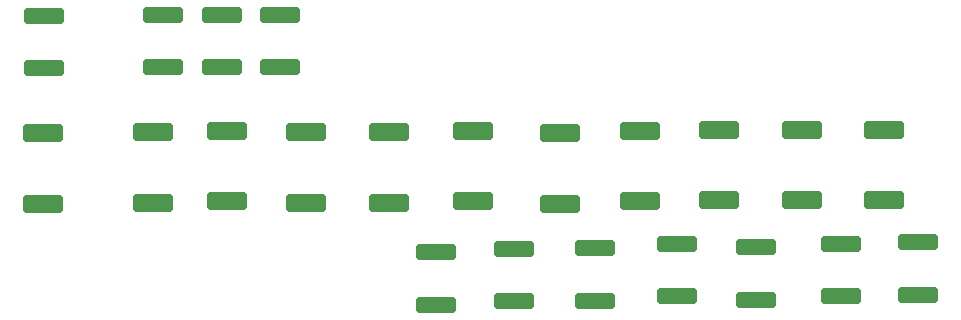
<source format=gbr>
%TF.GenerationSoftware,KiCad,Pcbnew,8.0.8*%
%TF.CreationDate,2025-04-10T10:16:36+02:00*%
%TF.ProjectId,Projet S6,50726f6a-6574-4205-9336-2e6b69636164,rev?*%
%TF.SameCoordinates,Original*%
%TF.FileFunction,Paste,Top*%
%TF.FilePolarity,Positive*%
%FSLAX46Y46*%
G04 Gerber Fmt 4.6, Leading zero omitted, Abs format (unit mm)*
G04 Created by KiCad (PCBNEW 8.0.8) date 2025-04-10 10:16:36*
%MOMM*%
%LPD*%
G01*
G04 APERTURE LIST*
G04 Aperture macros list*
%AMRoundRect*
0 Rectangle with rounded corners*
0 $1 Rounding radius*
0 $2 $3 $4 $5 $6 $7 $8 $9 X,Y pos of 4 corners*
0 Add a 4 corners polygon primitive as box body*
4,1,4,$2,$3,$4,$5,$6,$7,$8,$9,$2,$3,0*
0 Add four circle primitives for the rounded corners*
1,1,$1+$1,$2,$3*
1,1,$1+$1,$4,$5*
1,1,$1+$1,$6,$7*
1,1,$1+$1,$8,$9*
0 Add four rect primitives between the rounded corners*
20,1,$1+$1,$2,$3,$4,$5,0*
20,1,$1+$1,$4,$5,$6,$7,0*
20,1,$1+$1,$6,$7,$8,$9,0*
20,1,$1+$1,$8,$9,$2,$3,0*%
G04 Aperture macros list end*
%ADD10RoundRect,0.249999X-1.425001X0.512501X-1.425001X-0.512501X1.425001X-0.512501X1.425001X0.512501X0*%
%ADD11RoundRect,0.250000X-1.450000X0.400000X-1.450000X-0.400000X1.450000X-0.400000X1.450000X0.400000X0*%
%ADD12RoundRect,0.250000X1.450000X-0.400000X1.450000X0.400000X-1.450000X0.400000X-1.450000X-0.400000X0*%
%ADD13RoundRect,0.249999X1.425001X-0.512501X1.425001X0.512501X-1.425001X0.512501X-1.425001X-0.512501X0*%
G04 APERTURE END LIST*
D10*
%TO.C,D4*%
X124500000Y-96712500D03*
X124500000Y-102687500D03*
%TD*%
D11*
%TO.C,R8*%
X94000000Y-86875000D03*
X94000000Y-91325000D03*
%TD*%
D12*
%TO.C,R5*%
X120700000Y-111100000D03*
X120700000Y-106650000D03*
%TD*%
%TO.C,R3*%
X134300000Y-111025000D03*
X134300000Y-106575000D03*
%TD*%
%TO.C,R7*%
X107200000Y-111425000D03*
X107200000Y-106975000D03*
%TD*%
D10*
%TO.C,D6*%
X110300000Y-96712500D03*
X110300000Y-102687500D03*
%TD*%
D13*
%TO.C,D11*%
X73900000Y-102875000D03*
X73900000Y-96900000D03*
%TD*%
D10*
%TO.C,D7*%
X103200000Y-96800000D03*
X103200000Y-102775000D03*
%TD*%
%TO.C,D5*%
X117700000Y-96900000D03*
X117700000Y-102875000D03*
%TD*%
%TO.C,D3*%
X131200000Y-96612500D03*
X131200000Y-102587500D03*
%TD*%
D11*
%TO.C,R11*%
X74000000Y-86975000D03*
X74000000Y-91425000D03*
%TD*%
D12*
%TO.C,R2*%
X141500000Y-110700000D03*
X141500000Y-106250000D03*
%TD*%
D13*
%TO.C,D10*%
X83200000Y-102787500D03*
X83200000Y-96812500D03*
%TD*%
D11*
%TO.C,R9*%
X89050000Y-86875000D03*
X89050000Y-91325000D03*
%TD*%
D10*
%TO.C,D2*%
X138200000Y-96612500D03*
X138200000Y-102587500D03*
%TD*%
D11*
%TO.C,R10*%
X84100000Y-86875000D03*
X84100000Y-91325000D03*
%TD*%
D12*
%TO.C,R6*%
X113800000Y-111125000D03*
X113800000Y-106675000D03*
%TD*%
D13*
%TO.C,D9*%
X89500000Y-102675000D03*
X89500000Y-96700000D03*
%TD*%
D12*
%TO.C,R1*%
X148000000Y-110600000D03*
X148000000Y-106150000D03*
%TD*%
%TO.C,R4*%
X127600000Y-110700000D03*
X127600000Y-106250000D03*
%TD*%
D10*
%TO.C,D1*%
X145100000Y-96612500D03*
X145100000Y-102587500D03*
%TD*%
D13*
%TO.C,D8*%
X96180000Y-102775000D03*
X96180000Y-96800000D03*
%TD*%
M02*

</source>
